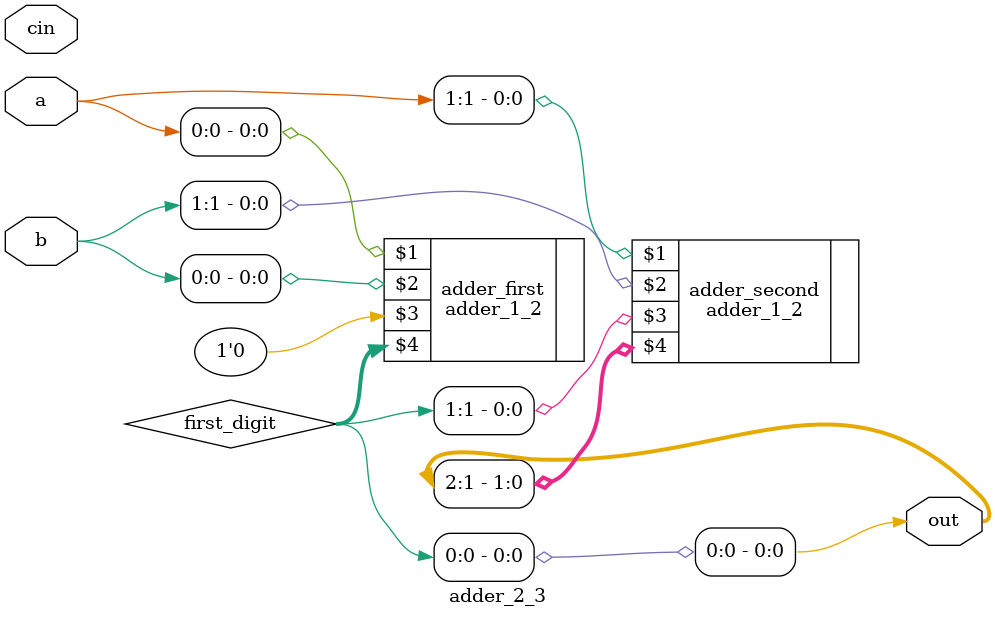
<source format=sv>
`default_nettype none

module adder_2_3(a, b, cin, out);
	input wire [1:0] a;
	input wire [1:0] b;
	input wire cin;

	output logic [2:0] out;

	logic [1:0] first_digit;

	adder_1_2 adder_first(a[0], b[0], 1'b0, first_digit);
	adder_1_2 adder_second(a[1], b[1], first_digit[1], out[2:1]);
	always_comb begin
		out[0] = first_digit[0];
	end
endmodule

</source>
